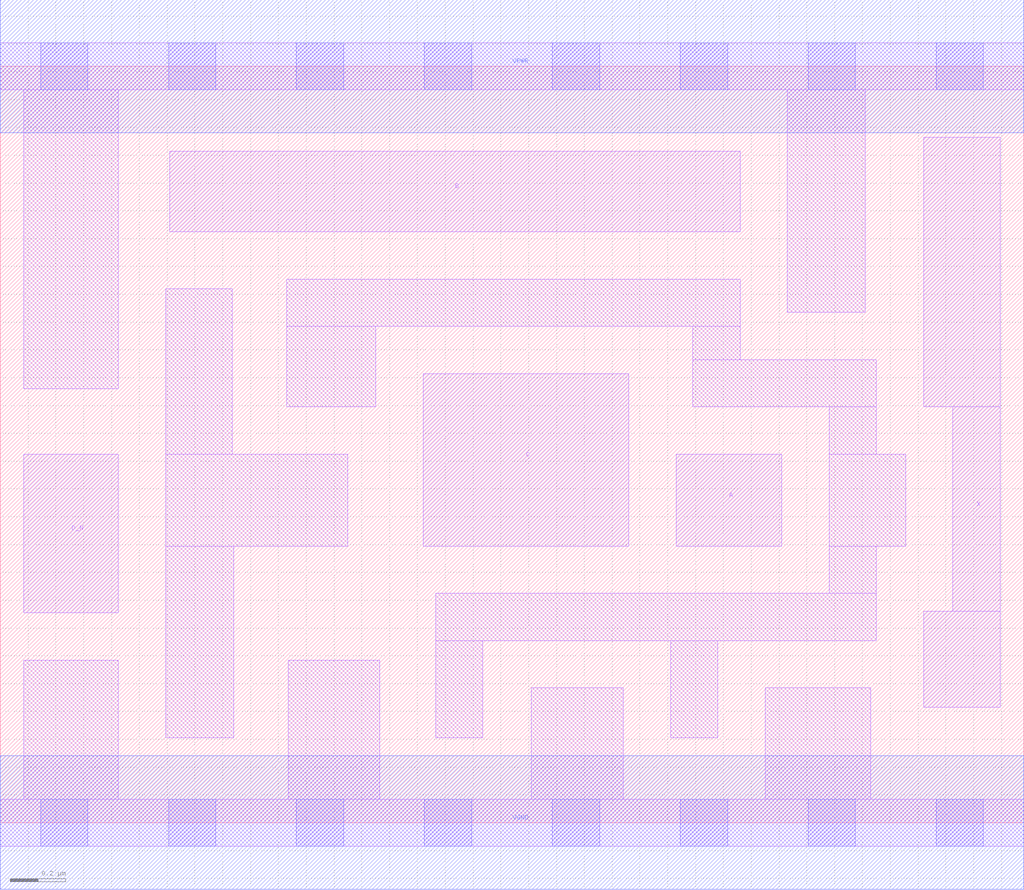
<source format=lef>
# Copyright 2020 The SkyWater PDK Authors
#
# Licensed under the Apache License, Version 2.0 (the "License");
# you may not use this file except in compliance with the License.
# You may obtain a copy of the License at
#
#     https://www.apache.org/licenses/LICENSE-2.0
#
# Unless required by applicable law or agreed to in writing, software
# distributed under the License is distributed on an "AS IS" BASIS,
# WITHOUT WARRANTIES OR CONDITIONS OF ANY KIND, either express or implied.
# See the License for the specific language governing permissions and
# limitations under the License.
#
# SPDX-License-Identifier: Apache-2.0

VERSION 5.7 ;
  NAMESCASESENSITIVE ON ;
  NOWIREEXTENSIONATPIN ON ;
  DIVIDERCHAR "/" ;
  BUSBITCHARS "[]" ;
UNITS
  DATABASE MICRONS 200 ;
END UNITS
MACRO sky130_fd_sc_hd__or4b_1
  CLASS CORE ;
  SOURCE USER ;
  FOREIGN sky130_fd_sc_hd__or4b_1 ;
  ORIGIN  0.000000  0.000000 ;
  SIZE  3.680000 BY  2.720000 ;
  SYMMETRY X Y R90 ;
  SITE unithd ;
  PIN A
    ANTENNAGATEAREA  0.126000 ;
    DIRECTION INPUT ;
    USE SIGNAL ;
    PORT
      LAYER li1 ;
        RECT 2.430000 0.995000 2.810000 1.325000 ;
    END
  END A
  PIN B
    ANTENNAGATEAREA  0.126000 ;
    DIRECTION INPUT ;
    USE SIGNAL ;
    PORT
      LAYER li1 ;
        RECT 0.610000 2.125000 2.660000 2.415000 ;
    END
  END B
  PIN C
    ANTENNAGATEAREA  0.126000 ;
    DIRECTION INPUT ;
    USE SIGNAL ;
    PORT
      LAYER li1 ;
        RECT 1.520000 0.995000 2.260000 1.615000 ;
    END
  END C
  PIN D_N
    ANTENNAGATEAREA  0.126000 ;
    DIRECTION INPUT ;
    USE SIGNAL ;
    PORT
      LAYER li1 ;
        RECT 0.085000 0.755000 0.425000 1.325000 ;
    END
  END D_N
  PIN X
    ANTENNADIFFAREA  0.453750 ;
    DIRECTION OUTPUT ;
    USE SIGNAL ;
    PORT
      LAYER li1 ;
        RECT 3.320000 0.415000 3.595000 0.760000 ;
        RECT 3.320000 1.495000 3.595000 2.465000 ;
        RECT 3.425000 0.760000 3.595000 1.495000 ;
    END
  END X
  PIN VGND
    DIRECTION INOUT ;
    SHAPE ABUTMENT ;
    USE GROUND ;
    PORT
      LAYER met1 ;
        RECT 0.000000 -0.240000 3.680000 0.240000 ;
    END
  END VGND
  PIN VPWR
    DIRECTION INOUT ;
    SHAPE ABUTMENT ;
    USE POWER ;
    PORT
      LAYER met1 ;
        RECT 0.000000 2.480000 3.680000 2.960000 ;
    END
  END VPWR
  OBS
    LAYER li1 ;
      RECT 0.000000 -0.085000 3.680000 0.085000 ;
      RECT 0.000000  2.635000 3.680000 2.805000 ;
      RECT 0.085000  0.085000 0.425000 0.585000 ;
      RECT 0.085000  1.560000 0.425000 2.635000 ;
      RECT 0.595000  0.305000 0.840000 0.995000 ;
      RECT 0.595000  0.995000 1.250000 1.325000 ;
      RECT 0.595000  1.325000 0.835000 1.920000 ;
      RECT 1.030000  1.495000 1.350000 1.785000 ;
      RECT 1.030000  1.785000 2.660000 1.955000 ;
      RECT 1.035000  0.085000 1.365000 0.585000 ;
      RECT 1.565000  0.305000 1.735000 0.655000 ;
      RECT 1.565000  0.655000 3.150000 0.825000 ;
      RECT 1.910000  0.085000 2.240000 0.485000 ;
      RECT 2.410000  0.305000 2.580000 0.655000 ;
      RECT 2.490000  1.495000 3.150000 1.665000 ;
      RECT 2.490000  1.665000 2.660000 1.785000 ;
      RECT 2.750000  0.085000 3.130000 0.485000 ;
      RECT 2.830000  1.835000 3.110000 2.635000 ;
      RECT 2.980000  0.825000 3.150000 0.995000 ;
      RECT 2.980000  0.995000 3.255000 1.325000 ;
      RECT 2.980000  1.325000 3.150000 1.495000 ;
    LAYER mcon ;
      RECT 0.145000 -0.085000 0.315000 0.085000 ;
      RECT 0.145000  2.635000 0.315000 2.805000 ;
      RECT 0.605000 -0.085000 0.775000 0.085000 ;
      RECT 0.605000  2.635000 0.775000 2.805000 ;
      RECT 1.065000 -0.085000 1.235000 0.085000 ;
      RECT 1.065000  2.635000 1.235000 2.805000 ;
      RECT 1.525000 -0.085000 1.695000 0.085000 ;
      RECT 1.525000  2.635000 1.695000 2.805000 ;
      RECT 1.985000 -0.085000 2.155000 0.085000 ;
      RECT 1.985000  2.635000 2.155000 2.805000 ;
      RECT 2.445000 -0.085000 2.615000 0.085000 ;
      RECT 2.445000  2.635000 2.615000 2.805000 ;
      RECT 2.905000 -0.085000 3.075000 0.085000 ;
      RECT 2.905000  2.635000 3.075000 2.805000 ;
      RECT 3.365000 -0.085000 3.535000 0.085000 ;
      RECT 3.365000  2.635000 3.535000 2.805000 ;
  END
END sky130_fd_sc_hd__or4b_1
END LIBRARY

</source>
